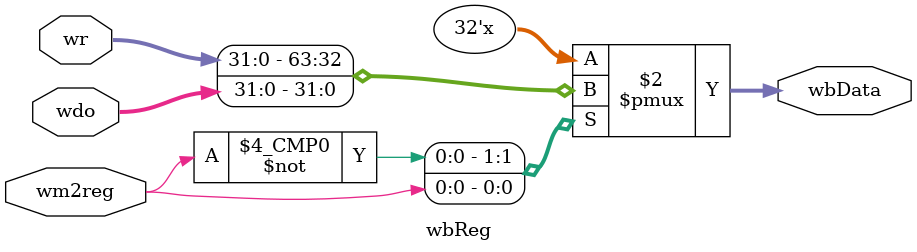
<source format=v>
`timescale 1ns / 1ps


module wbReg(
    input [31:0] wr,
    input [31:0] wdo,
    input wm2reg, 
    output reg [31:0] wbData
    );
    
    always @(*) begin
        case(wm2reg)
            1'b0: wbData <= wr;
            1'b1: wbData <= wdo;
        endcase
    
    end 
    
endmodule

</source>
